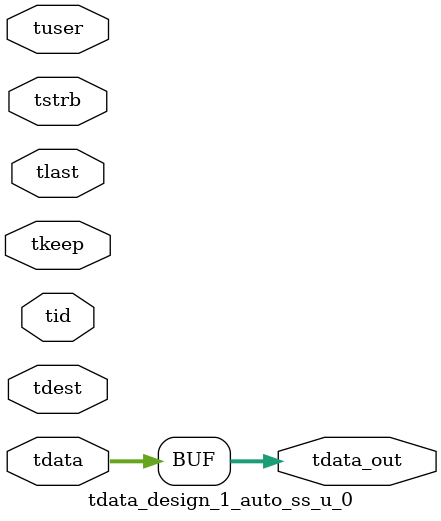
<source format=v>


`timescale 1ps/1ps

module tdata_design_1_auto_ss_u_0 #
(
parameter C_S_AXIS_TDATA_WIDTH = 32,
parameter C_S_AXIS_TUSER_WIDTH = 0,
parameter C_S_AXIS_TID_WIDTH   = 0,
parameter C_S_AXIS_TDEST_WIDTH = 0,
parameter C_M_AXIS_TDATA_WIDTH = 32
)
(
input  [(C_S_AXIS_TDATA_WIDTH == 0 ? 1 : C_S_AXIS_TDATA_WIDTH)-1:0     ] tdata,
input  [(C_S_AXIS_TUSER_WIDTH == 0 ? 1 : C_S_AXIS_TUSER_WIDTH)-1:0     ] tuser,
input  [(C_S_AXIS_TID_WIDTH   == 0 ? 1 : C_S_AXIS_TID_WIDTH)-1:0       ] tid,
input  [(C_S_AXIS_TDEST_WIDTH == 0 ? 1 : C_S_AXIS_TDEST_WIDTH)-1:0     ] tdest,
input  [(C_S_AXIS_TDATA_WIDTH/8)-1:0 ] tkeep,
input  [(C_S_AXIS_TDATA_WIDTH/8)-1:0 ] tstrb,
input                                                                    tlast,
output [C_M_AXIS_TDATA_WIDTH-1:0] tdata_out
);

assign tdata_out = {tdata[63:0]};

endmodule


</source>
